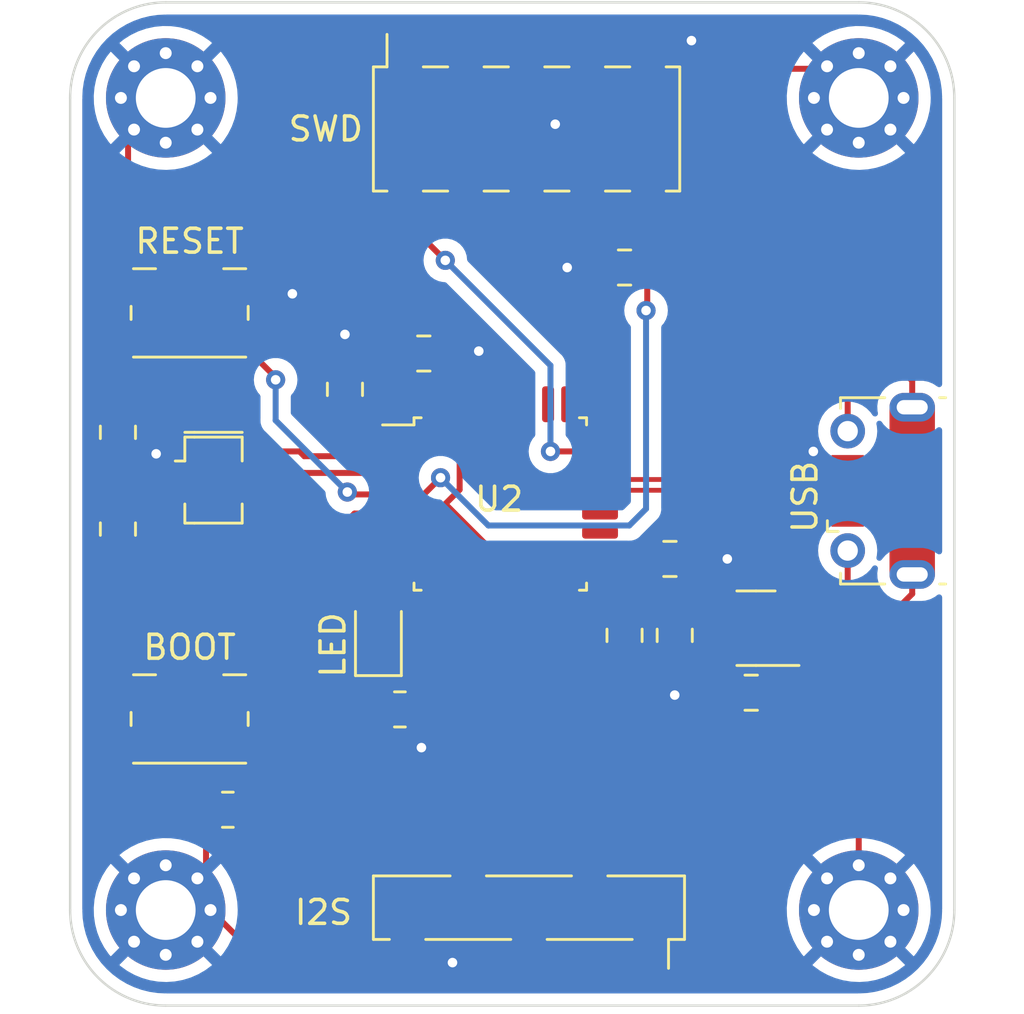
<source format=kicad_pcb>
(kicad_pcb (version 20211014) (generator pcbnew)
  (layers (0 "F.Cu" signal) (31 "B.Cu" signal) (34 "B.Paste" user) (35 "F.Paste" user) (36 "B.SilkS" user "B.Silkscreen") (37 "F.SilkS" user "F.Silkscreen") (38 "B.Mask" user) (39 "F.Mask" user) (44 "Edge.Cuts" user))
  (net 0 "")
  (net 1 "+3V3")
  (net 2 "GND")
  (net 3 "OSC_IN")
  (net 4 "OSC_OUT")
  (net 5 "NRST")
  (net 6 "Net-(D1-Pad1)")
  (net 7 "Net-(D1-Pad2)")
  (net 8 "+5V")
  (net 9 "USB_D-")
  (net 10 "USB_D+")
  (net 12 "unconnected-(J1-Pad6)")
  (net 13 "I2S_SD")
  (net 14 "I2S_CK")
  (net 15 "I2S_WS")
  (net 16 "SYS_SWDIO")
  (net 17 "SYS_SWCLK")
  (net 21 "BOOT0")
  (footprint "Capacitor_SMD:C_0805_2012Metric" (layer "F.Cu") (at 21 42.05 90)
    (fp_text reference "C7")
    (fp_text value "15pF")
    (fp_line (start -0.261252 0.735) (end 0.261252 0.735) (layer "F.SilkS") (width 0.12))
    (fp_line (start -0.261252 -0.735) (end 0.261252 -0.735) (layer "F.SilkS") (width 0.12))
    (pad "1" smd roundrect (at -0.95 0 90) (size 1 1.45) (layers "F.Cu" "F.Paste" "F.Mask") (net 4 "OSC_OUT"))
    (pad "2" smd roundrect (at 0.95 0 90) (size 1 1.45) (layers "F.Cu" "F.Paste" "F.Mask") (net 2 "GND"))
  )
  (footprint "MountingHole:MountingHole_2.5mm_Pad_Via" (layer "F.Cu") (at 52 58)
    (fp_text reference "H1")
    (fp_text value "MountingHole_Pad")
    (pad "1" thru_hole circle (at 0 -1.875) (size 0.8 0.8) (drill 0.5) (layers *.Cu *.Mask) (net 2 "GND"))
    (pad "1" thru_hole circle (at -1.325825 1.325825) (size 0.8 0.8) (drill 0.5) (layers *.Cu *.Mask) (net 2 "GND"))
    (pad "1" thru_hole circle (at 0 1.875) (size 0.8 0.8) (drill 0.5) (layers *.Cu *.Mask) (net 2 "GND"))
    (pad "1" thru_hole circle (at -1.325825 -1.325825) (size 0.8 0.8) (drill 0.5) (layers *.Cu *.Mask) (net 2 "GND"))
    (pad "1" thru_hole circle (at 1.325825 -1.325825) (size 0.8 0.8) (drill 0.5) (layers *.Cu *.Mask) (net 2 "GND"))
    (pad "1" thru_hole circle (at -1.875 0) (size 0.8 0.8) (drill 0.5) (layers *.Cu *.Mask) (net 2 "GND"))
    (pad "1" thru_hole circle (at 0 0) (size 5 5) (drill 2.5) (layers *.Cu *.Mask) (net 2 "GND"))
    (pad "1" thru_hole circle (at 1.875 0) (size 0.8 0.8) (drill 0.5) (layers *.Cu *.Mask) (net 2 "GND"))
    (pad "1" thru_hole circle (at 1.325825 1.325825) (size 0.8 0.8) (drill 0.5) (layers *.Cu *.Mask) (net 2 "GND"))
  )
  (footprint "Connector_USB:USB_Micro-B_Molex-105017-0001" (layer "F.Cu") (at 53 40.45 90)
    (fp_text reference "USB" (at -0.25 -3.25 90) (layer "F.SilkS"))
    (fp_text value "USB_B_Micro")
    (fp_line (start 3.9 -1.7625) (end 3.45 -1.7625) (layer "F.SilkS") (width 0.12))
    (fp_line (start -1.7 -2.3125) (end -1.25 -2.3125) (layer "F.SilkS") (width 0.12))
    (fp_line (start -3.9 0.0875) (end -3.9 -1.7625) (layer "F.SilkS") (width 0.12))
    (fp_line (start -3.9 2.6375) (end -3.9 2.3875) (layer "F.SilkS") (width 0.12))
    (fp_line (start 3.9 2.6375) (end 3.9 2.3875) (layer "F.SilkS") (width 0.12))
    (fp_line (start -3.9 -1.7625) (end -3.45 -1.7625) (layer "F.SilkS") (width 0.12))
    (fp_line (start -1.7 -2.3125) (end -1.7 -1.8625) (layer "F.SilkS") (width 0.12))
    (fp_line (start 3.9 0.0875) (end 3.9 -1.7625) (layer "F.SilkS") (width 0.12))
    (pad "1" smd rect (at -1.3 -1.4625 90) (size 0.4 1.35) (layers "F.Cu" "F.Paste" "F.Mask") (net 8 "+5V"))
    (pad "2" smd rect (at -0.65 -1.4625 90) (size 0.4 1.35) (layers "F.Cu" "F.Paste" "F.Mask") (net 9 "USB_D-"))
    (pad "3" smd rect (at 0 -1.4625 90) (size 0.4 1.35) (layers "F.Cu" "F.Paste" "F.Mask") (net 10 "USB_D+"))
    (pad "4" smd rect (at 0.65 -1.4625 90) (size 0.4 1.35) (layers "F.Cu" "F.Paste" "F.Mask"))
    (pad "5" smd rect (at 1.3 -1.4625 90) (size 0.4 1.35) (layers "F.Cu" "F.Paste" "F.Mask") (net 2 "GND"))
    (pad "6" smd rect (at -2.9 1.2375 90) (size 1.2 1.9) (layers "F.Cu" "F.Mask") (net 12 "unconnected-(J1-Pad6)"))
    (pad "6" smd rect (at 2.9 1.2375 90) (size 1.2 1.9) (layers "F.Cu" "F.Mask") (net 12 "unconnected-(J1-Pad6)"))
    (pad "6" thru_hole circle (at -2.5 -1.4625 90) (size 1.45 1.45) (drill 0.85) (layers *.Cu *.Mask) (net 12 "unconnected-(J1-Pad6)"))
    (pad "6" thru_hole circle (at 2.5 -1.4625 90) (size 1.45 1.45) (drill 0.85) (layers *.Cu *.Mask) (net 12 "unconnected-(J1-Pad6)"))
    (pad "6" smd rect (at 1 1.2375 90) (size 1.5 1.9) (layers "F.Cu" "F.Paste" "F.Mask") (net 12 "unconnected-(J1-Pad6)"))
    (pad "6" thru_hole oval (at 3.5 1.2375 90) (size 1.2 1.9) (drill oval 0.6 1.3) (layers *.Cu *.Mask) (net 12 "unconnected-(J1-Pad6)"))
    (pad "6" thru_hole oval (at -3.5 1.2375 270) (size 1.2 1.9) (drill oval 0.6 1.3) (layers *.Cu *.Mask) (net 12 "unconnected-(J1-Pad6)"))
    (pad "6" smd rect (at -1 1.2375 90) (size 1.5 1.9) (layers "F.Cu" "F.Paste" "F.Mask") (net 12 "unconnected-(J1-Pad6)"))
  )
  (footprint "Button_Switch_SMD:Panasonic_EVQPUK_EVQPUB" (layer "F.Cu") (at 24 50)
    (fp_text reference "BOOT" (at 0 -3) (layer "F.SilkS"))
    (fp_text value "SW_Push")
    (fp_line (start 2.35 -1.85) (end 1.425 -1.85) (layer "F.SilkS") (width 0.12))
    (fp_line (start 2.35 1.85) (end -2.35 1.85) (layer "F.SilkS") (width 0.12))
    (fp_line (start 2.45 0.275) (end 2.45 -0.275) (layer "F.SilkS") (width 0.12))
    (fp_line (start -2.45 0.275) (end -2.45 -0.275) (layer "F.SilkS") (width 0.12))
    (fp_line (start -1.425 -1.85) (end -2.35 -1.85) (layer "F.SilkS") (width 0.12))
    (pad "1" smd rect (at 2.575 -0.85 180) (size 1.45 1) (layers "F.Cu" "F.Paste" "F.Mask") (net 1 "+3V3"))
    (pad "1" smd rect (at -2.575 -0.85 180) (size 1.45 1) (layers "F.Cu" "F.Paste" "F.Mask") (net 1 "+3V3"))
    (pad "2" smd rect (at -2.575 0.85 180) (size 1.45 1) (layers "F.Cu" "F.Paste" "F.Mask") (net 21 "BOOT0"))
    (pad "2" smd rect (at 2.575 0.85 180) (size 1.45 1) (layers "F.Cu" "F.Paste" "F.Mask") (net 21 "BOOT0"))
  )
  (footprint "Crystal:Resonator_SMD_Murata_CSTxExxV-3Pin_3.0x1.1mm" (layer "F.Cu") (at 25 40 -90)
    (fp_text reference "Y1")
    (fp_text value "16MHz/10pF")
    (fp_line (start 1 -1.2) (end 1.8 -1.2) (layer "F.SilkS") (width 0.12))
    (fp_line (start -0.8 1.2) (end -1.8 1.2) (layer "F.SilkS") (width 0.12))
    (fp_line (start 1.8 1.2) (end 1 1.2) (layer "F.SilkS") (width 0.12))
    (fp_line (start -1.8 -1.2) (end -0.8 -1.2) (layer "F.SilkS") (width 0.12))
    (fp_line (start -0.8 1.2) (end -0.8 1.6) (layer "F.SilkS") (width 0.12))
    (fp_line (start -2 -1.2) (end -2 0.8) (layer "F.SilkS") (width 0.12))
    (fp_line (start -2 0.8) (end -2 1.2) (layer "F.SilkS") (width 0.12))
    (fp_line (start 1.8 0.8) (end 1.8 1.2) (layer "F.SilkS") (width 0.12))
    (fp_line (start 1.8 -1.2) (end 1.8 0.8) (layer "F.SilkS") (width 0.12))
    (fp_line (start -1.8 0.8) (end -1.8 1.2) (layer "F.SilkS") (width 0.12))
    (fp_line (start -1.8 0.8) (end -1.8 -1.2) (layer "F.SilkS") (width 0.12))
    (pad "1" smd rect (at -1.2 0 270) (size 0.4 1.9) (layers "F.Cu" "F.Paste" "F.Mask") (net 3 "OSC_IN"))
    (pad "2" smd rect (at 0 0 270) (size 0.4 1.9) (layers "F.Cu" "F.Paste" "F.Mask") (net 2 "GND"))
    (pad "3" smd rect (at 1.2 0 270) (size 0.4 1.9) (layers "F.Cu" "F.Paste" "F.Mask") (net 4 "OSC_OUT"))
  )
  (footprint "LED_SMD:LED_0805_2012Metric" (layer "F.Cu") (at 31.9 46.5 90)
    (fp_text reference "LED" (at -0.4 -1.9 90) (layer "F.SilkS"))
    (fp_text value "LED_Small")
    (fp_line (start -1.685 0.96) (end 1 0.96) (layer "F.SilkS") (width 0.12))
    (fp_line (start -1.685 -0.96) (end -1.685 0.96) (layer "F.SilkS") (width 0.12))
    (fp_line (start 1 -0.96) (end -1.685 -0.96) (layer "F.SilkS") (width 0.12))
    (pad "1" smd roundrect (at -0.9375 0 90) (size 0.975 1.4) (layers "F.Cu" "F.Paste" "F.Mask") (net 6 "Net-(D1-Pad1)"))
    (pad "2" smd roundrect (at 0.9375 0 90) (size 0.975 1.4) (layers "F.Cu" "F.Paste" "F.Mask") (net 7 "Net-(D1-Pad2)"))
  )
  (footprint "Resistor_SMD:R_0805_2012Metric" (layer "F.Cu") (at 25.6 53.8 180)
    (fp_text reference "R1")
    (fp_text value "10k")
    (fp_line (start -0.227064 -0.735) (end 0.227064 -0.735) (layer "F.SilkS") (width 0.12))
    (fp_line (start -0.227064 0.735) (end 0.227064 0.735) (layer "F.SilkS") (width 0.12))
    (pad "1" smd roundrect (at -0.9125 0 180) (size 1.025 1.4) (layers "F.Cu" "F.Paste" "F.Mask") (roundrect_rratio 0.243902) (net 21 "BOOT0"))
    (pad "2" smd roundrect (at 0.9125 0 180) (size 1.025 1.4) (layers "F.Cu" "F.Paste" "F.Mask") (roundrect_rratio 0.243902) (net 2 "GND"))
  )
  (footprint "Package_QFP:LQFP-32_7x7mm_P0.8mm" (layer "F.Cu") (at 37 41)
    (fp_text reference "U2" (at -0.05 -0.2) (layer "F.SilkS"))
    (fp_text value "STM32F042K6Tx")
    (fp_line (start 3.61 -3.61) (end 3.61 -3.31) (layer "F.SilkS") (width 0.12))
    (fp_line (start -3.61 -3.31) (end -4.925 -3.31) (layer "F.SilkS") (width 0.12))
    (fp_line (start -3.31 -3.61) (end -3.61 -3.61) (layer "F.SilkS") (width 0.12))
    (fp_line (start 3.31 3.61) (end 3.61 3.61) (layer "F.SilkS") (width 0.12))
    (fp_line (start 3.31 -3.61) (end 3.61 -3.61) (layer "F.SilkS") (width 0.12))
    (fp_line (start 3.61 3.61) (end 3.61 3.31) (layer "F.SilkS") (width 0.12))
    (fp_line (start -3.61 -3.61) (end -3.61 -3.31) (layer "F.SilkS") (width 0.12))
    (fp_line (start -3.61 3.61) (end -3.61 3.31) (layer "F.SilkS") (width 0.12))
    (fp_line (start -3.31 3.61) (end -3.61 3.61) (layer "F.SilkS") (width 0.12))
    (pad "1" smd roundrect (at -4.175 -2.8) (size 1.5 0.5) (layers "F.Cu" "F.Paste" "F.Mask") (net 1 "+3V3"))
    (pad "2" smd roundrect (at -4.175 -2) (size 1.5 0.5) (layers "F.Cu" "F.Paste" "F.Mask") (net 3 "OSC_IN"))
    (pad "3" smd roundrect (at -4.175 -1.2) (size 1.5 0.5) (layers "F.Cu" "F.Paste" "F.Mask") (net 4 "OSC_OUT"))
    (pad "4" smd roundrect (at -4.175 -0.4) (size 1.5 0.5) (layers "F.Cu" "F.Paste" "F.Mask") (net 5 "NRST"))
    (pad "5" smd roundrect (at -4.175 0.4) (size 1.5 0.5) (layers "F.Cu" "F.Paste" "F.Mask") (net 1 "+3V3"))
    (pad "6" smd roundrect (at -4.175 1.2) (size 1.5 0.5) (layers "F.Cu" "F.Paste" "F.Mask"))
    (pad "7" smd roundrect (at -4.175 2) (size 1.5 0.5) (layers "F.Cu" "F.Paste" "F.Mask"))
    (pad "8" smd roundrect (at -4.175 2.8) (size 1.5 0.5) (layers "F.Cu" "F.Paste" "F.Mask") (net 7 "Net-(D1-Pad2)"))
    (pad "9" smd roundrect (at -2.8 4.175) (size 0.5 1.5) (layers "F.Cu" "F.Paste" "F.Mask"))
    (pad "10" smd roundrect (at -2 4.175) (size 0.5 1.5) (layers "F.Cu" "F.Paste" "F.Mask") (net 15 "I2S_WS"))
    (pad "11" smd roundrect (at -1.2 4.175) (size 0.5 1.5) (layers "F.Cu" "F.Paste" "F.Mask") (net 14 "I2S_CK"))
    (pad "12" smd roundrect (at -0.4 4.175) (size 0.5 1.5) (layers "F.Cu" "F.Paste" "F.Mask"))
    (pad "13" smd roundrect (at 0.4 4.175) (size 0.5 1.5) (layers "F.Cu" "F.Paste" "F.Mask") (net 13 "I2S_SD"))
    (pad "14" smd roundrect (at 1.2 4.175) (size 0.5 1.5) (layers "F.Cu" "F.Paste" "F.Mask"))
    (pad "15" smd roundrect (at 2 4.175) (size 0.5 1.5) (layers "F.Cu" "F.Paste" "F.Mask"))
    (pad "16" smd roundrect (at 2.8 4.175) (size 0.5 1.5) (layers "F.Cu" "F.Paste" "F.Mask") (net 2 "GND"))
    (pad "17" smd roundrect (at 4.175 2.8) (size 1.5 0.5) (layers "F.Cu" "F.Paste" "F.Mask") (net 1 "+3V3"))
    (pad "18" smd roundrect (at 4.175 2) (size 1.5 0.5) (layers "F.Cu" "F.Paste" "F.Mask"))
    (pad "19" smd roundrect (at 4.175 1.2) (size 1.5 0.5) (layers "F.Cu" "F.Paste" "F.Mask"))
    (pad "20" smd roundrect (at 4.175 0.4) (size 1.5 0.5) (layers "F.Cu" "F.Paste" "F.Mask"))
    (pad "21" smd roundrect (at 4.175 -0.4) (size 1.5 0.5) (layers "F.Cu" "F.Paste" "F.Mask") (net 9 "USB_D-"))
    (pad "22" smd roundrect (at 4.175 -1.2) (size 1.5 0.5) (layers "F.Cu" "F.Paste" "F.Mask") (net 10 "USB_D+"))
    (pad "23" smd roundrect (at 4.175 -2) (size 1.5 0.5) (layers "F.Cu" "F.Paste" "F.Mask") (net 16 "SYS_SWDIO"))
    (pad "24" smd roundrect (at 4.175 -2.8) (size 1.5 0.5) (layers "F.Cu" "F.Paste" "F.Mask") (net 17 "SYS_SWCLK"))
    (pad "25" smd roundrect (at 2.8 -4.175) (size 0.5 1.5) (layers "F.Cu" "F.Paste" "F.Mask"))
    (pad "26" smd roundrect (at 2 -4.175) (size 0.5 1.5) (layers "F.Cu" "F.Paste" "F.Mask"))
    (pad "27" smd roundrect (at 1.2 -4.175) (size 0.5 1.5) (layers "F.Cu" "F.Paste" "F.Mask"))
    (pad "28" smd roundrect (at 0.4 -4.175) (size 0.5 1.5) (layers "F.Cu" "F.Paste" "F.Mask"))
    (pad "29" smd roundrect (at -0.4 -4.175) (size 0.5 1.5) (layers "F.Cu" "F.Paste" "F.Mask"))
    (pad "30" smd roundrect (at -1.2 -4.175) (size 0.5 1.5) (layers "F.Cu" "F.Paste" "F.Mask"))
    (pad "31" smd roundrect (at -2 -4.175) (size 0.5 1.5) (layers "F.Cu" "F.Paste" "F.Mask"))
    (pad "32" smd roundrect (at -2.8 -4.175) (size 0.5 1.5) (layers "F.Cu" "F.Paste" "F.Mask") (net 2 "GND"))
  )
  (footprint "Capacitor_SMD:C_0805_2012Metric" (layer "F.Cu") (at 47.5 48.9)
    (fp_text reference "C9")
    (fp_text value "1uF")
    (fp_line (start -0.261252 0.735) (end 0.261252 0.735) (layer "F.SilkS") (width 0.12))
    (fp_line (start -0.261252 -0.735) (end 0.261252 -0.735) (layer "F.SilkS") (width 0.12))
    (pad "1" smd roundrect (at -0.95 0) (size 1 1.45) (layers "F.Cu" "F.Paste" "F.Mask") (net 1 "+3V3"))
    (pad "2" smd roundrect (at 0.95 0) (size 1 1.45) (layers "F.Cu" "F.Paste" "F.Mask") (net 2 "GND"))
  )
  (footprint "Capacitor_SMD:C_0805_2012Metric" (layer "F.Cu") (at 30.5 36.2 90)
    (fp_text reference "C3")
    (fp_text value "0.1uF")
    (fp_line (start -0.261252 -0.735) (end 0.261252 -0.735) (layer "F.SilkS") (width 0.12))
    (fp_line (start -0.261252 0.735) (end 0.261252 0.735) (layer "F.SilkS") (width 0.12))
    (pad "1" smd roundrect (at -0.95 0 90) (size 1 1.45) (layers "F.Cu" "F.Paste" "F.Mask") (net 1 "+3V3"))
    (pad "2" smd roundrect (at 0.95 0 90) (size 1 1.45) (layers "F.Cu" "F.Paste" "F.Mask") (net 2 "GND"))
  )
  (footprint "Capacitor_SMD:C_0805_2012Metric" (layer "F.Cu") (at 42.2 46.5 -90)
    (fp_text reference "C4")
    (fp_text value "0.1uF")
    (fp_line (start -0.261252 -0.735) (end 0.261252 -0.735) (layer "F.SilkS") (width 0.12))
    (fp_line (start -0.261252 0.735) (end 0.261252 0.735) (layer "F.SilkS") (width 0.12))
    (pad "1" smd roundrect (at -0.95 0 270) (size 1 1.45) (layers "F.Cu" "F.Paste" "F.Mask") (net 1 "+3V3"))
    (pad "2" smd roundrect (at 0.95 0 270) (size 1 1.45) (layers "F.Cu" "F.Paste" "F.Mask") (net 2 "GND"))
  )
  (footprint "Connector_PinSocket_2.54mm:PinSocket_2x05_P2.54mm_Vertical_SMD" (layer "F.Cu") (at 38.1 25.3 90)
    (fp_text reference "SWD" (at 0 -8.4 180) (layer "F.SilkS"))
    (fp_text value "SWD")
    (fp_line (start -2.6 -4.32) (end -2.6 -3.3) (layer "F.SilkS") (width 0.12))
    (fp_line (start -2.6 0.76) (end -2.6 1.78) (layer "F.SilkS") (width 0.12))
    (fp_line (start 2.6 -1.78) (end 2.6 -0.76) (layer "F.SilkS") (width 0.12))
    (fp_line (start 2.6 -4.32) (end 2.6 -3.3) (layer "F.SilkS") (width 0.12))
    (fp_line (start -2.6 5.84) (end -2.6 6.41) (layer "F.SilkS") (width 0.12))
    (fp_line (start 2.6 -5.84) (end 3.96 -5.84) (layer "F.SilkS") (width 0.12))
    (fp_line (start 2.6 0.76) (end 2.6 1.78) (layer "F.SilkS") (width 0.12))
    (fp_line (start 2.6 3.3) (end 2.6 4.32) (layer "F.SilkS") (width 0.12))
    (fp_line (start 2.6 5.84) (end 2.6 6.41) (layer "F.SilkS") (width 0.12))
    (fp_line (start -2.6 6.41) (end 2.6 6.41) (layer "F.SilkS") (width 0.12))
    (fp_line (start -2.6 -1.78) (end -2.6 -0.76) (layer "F.SilkS") (width 0.12))
    (fp_line (start -2.6 3.3) (end -2.6 4.32) (layer "F.SilkS") (width 0.12))
    (fp_line (start -2.6 -6.41) (end 2.6 -6.41) (layer "F.SilkS") (width 0.12))
    (fp_line (start -2.6 -6.41) (end -2.6 -5.84) (layer "F.SilkS") (width 0.12))
    (fp_line (start 2.6 -6.41) (end 2.6 -5.84) (layer "F.SilkS") (width 0.12))
    (pad "1" smd rect (at 2.52 -5.08 90) (size 3 1) (layers "F.Cu" "F.Paste" "F.Mask") (net 1 "+3V3"))
    (pad "2" smd rect (at -2.52 -5.08 90) (size 3 1) (layers "F.Cu" "F.Paste" "F.Mask") (net 16 "SYS_SWDIO"))
    (pad "3" smd rect (at 2.52 -2.54 90) (size 3 1) (layers "F.Cu" "F.Paste" "F.Mask") (net 2 "GND"))
    (pad "4" smd rect (at -2.52 -2.54 90) (size 3 1) (layers "F.Cu" "F.Paste" "F.Mask") (net 17 "SYS_SWCLK"))
    (pad "5" smd rect (at 2.52 0 90) (size 3 1) (layers "F.Cu" "F.Paste" "F.Mask") (net 2 "GND"))
    (pad "6" smd rect (at -2.52 0 90) (size 3 1) (layers "F.Cu" "F.Paste" "F.Mask"))
    (pad "7" smd rect (at 2.52 2.54 90) (size 3 1) (layers "F.Cu" "F.Paste" "F.Mask"))
    (pad "8" smd rect (at -2.52 2.54 90) (size 3 1) (layers "F.Cu" "F.Paste" "F.Mask"))
    (pad "9" smd rect (at 2.52 5.08 90) (size 3 1) (layers "F.Cu" "F.Paste" "F.Mask") (net 2 "GND"))
    (pad "10" smd rect (at -2.52 5.08 90) (size 3 1) (layers "F.Cu" "F.Paste" "F.Mask") (net 5 "NRST"))
  )
  (footprint "Capacitor_SMD:C_0805_2012Metric" (layer "F.Cu") (at 21 38 -90)
    (fp_text reference "C6")
    (fp_text value "15pF")
    (fp_line (start -0.261252 -0.735) (end 0.261252 -0.735) (layer "F.SilkS") (width 0.12))
    (fp_line (start -0.261252 0.735) (end 0.261252 0.735) (layer "F.SilkS") (width 0.12))
    (pad "1" smd roundrect (at -0.95 0 270) (size 1 1.45) (layers "F.Cu" "F.Paste" "F.Mask") (net 3 "OSC_IN"))
    (pad "2" smd roundrect (at 0.95 0 270) (size 1 1.45) (layers "F.Cu" "F.Paste" "F.Mask") (net 2 "GND"))
  )
  (footprint "Resistor_SMD:R_0805_2012Metric" (layer "F.Cu") (at 32.8 49.6)
    (fp_text reference "R2")
    (fp_text value "220")
    (fp_line (start -0.227064 0.735) (end 0.227064 0.735) (layer "F.SilkS") (width 0.12))
    (fp_line (start -0.227064 -0.735) (end 0.227064 -0.735) (layer "F.SilkS") (width 0.12))
    (pad "1" smd roundrect (at -0.9125 0) (size 1.025 1.4) (layers "F.Cu" "F.Paste" "F.Mask") (roundrect_rratio 0.243902) (net 6 "Net-(D1-Pad1)"))
    (pad "2" smd roundrect (at 0.9125 0) (size 1.025 1.4) (layers "F.Cu" "F.Paste" "F.Mask") (roundrect_rratio 0.243902) (net 2 "GND"))
  )
  (footprint "Capacitor_SMD:C_0805_2012Metric" (layer "F.Cu") (at 44.3 46.5 -90)
    (fp_text reference "C5")
    (fp_text value "4.7uF")
    (fp_line (start -0.261252 0.735) (end 0.261252 0.735) (layer "F.SilkS") (width 0.12))
    (fp_line (start -0.261252 -0.735) (end 0.261252 -0.735) (layer "F.SilkS") (width 0.12))
    (pad "1" smd roundrect (at -0.95 0 270) (size 1 1.45) (layers "F.Cu" "F.Paste" "F.Mask") (net 1 "+3V3"))
    (pad "2" smd roundrect (at 0.95 0 270) (size 1 1.45) (layers "F.Cu" "F.Paste" "F.Mask") (net 2 "GND"))
  )
  (footprint "Package_TO_SOT_SMD:SOT-23-5" (layer "F.Cu") (at 47.7 46.2 180)
    (fp_text reference "U1")
    (fp_text value "SPX3819M5-L-3-3")
    (fp_line (start 0 1.56) (end 0.8 1.56) (layer "F.SilkS") (width 0.12))
    (fp_line (start 0 -1.56) (end -1.8 -1.56) (layer "F.SilkS") (width 0.12))
    (fp_line (start 0 -1.56) (end 0.8 -1.56) (layer "F.SilkS") (width 0.12))
    (fp_line (start 0 1.56) (end -0.8 1.56) (layer "F.SilkS") (width 0.12))
    (pad "1" smd roundrect (at -1.1375 -0.95 180) (size 1.325 0.6) (layers "F.Cu" "F.Paste" "F.Mask") (net 8 "+5V"))
    (pad "2" smd roundrect (at -1.1375 0 180) (size 1.325 0.6) (layers "F.Cu" "F.Paste" "F.Mask") (net 2 "GND"))
    (pad "3" smd roundrect (at -1.1375 0.95 180) (size 1.325 0.6) (layers "F.Cu" "F.Paste" "F.Mask") (net 8 "+5V"))
    (pad "4" smd roundrect (at 1.1375 0.95 180) (size 1.325 0.6) (layers "F.Cu" "F.Paste" "F.Mask"))
    (pad "5" smd roundrect (at 1.1375 -0.95 180) (size 1.325 0.6) (layers "F.Cu" "F.Paste" "F.Mask") (net 1 "+3V3"))
  )
  (footprint "Capacitor_SMD:C_0805_2012Metric" (layer "F.Cu") (at 33.8 34.7)
    (fp_text reference "C2")
    (fp_text value "1uF")
    (fp_line (start -0.261252 -0.735) (end 0.261252 -0.735) (layer "F.SilkS") (width 0.12))
    (fp_line (start -0.261252 0.735) (end 0.261252 0.735) (layer "F.SilkS") (width 0.12))
    (pad "1" smd roundrect (at -0.95 0) (size 1 1.45) (layers "F.Cu" "F.Paste" "F.Mask") (net 1 "+3V3"))
    (pad "2" smd roundrect (at 0.95 0) (size 1 1.45) (layers "F.Cu" "F.Paste" "F.Mask") (net 2 "GND"))
  )
  (footprint "Capacitor_SMD:C_0805_2012Metric" (layer "F.Cu") (at 44.1 43.3)
    (fp_text reference "C1")
    (fp_text value "10nF")
    (fp_line (start -0.261252 0.735) (end 0.261252 0.735) (layer "F.SilkS") (width 0.12))
    (fp_line (start -0.261252 -0.735) (end 0.261252 -0.735) (layer "F.SilkS") (width 0.12))
    (pad "1" smd roundrect (at -0.95 0) (size 1 1.45) (layers "F.Cu" "F.Paste" "F.Mask") (net 1 "+3V3"))
    (pad "2" smd roundrect (at 0.95 0) (size 1 1.45) (layers "F.Cu" "F.Paste" "F.Mask") (net 2 "GND"))
  )
  (footprint "MountingHole:MountingHole_2.5mm_Pad_Via" (layer "F.Cu") (at 23 58)
    (fp_text reference "H4")
    (fp_text value "MountingHole_Pad")
    (pad "1" thru_hole circle (at -1.875 0) (size 0.8 0.8) (drill 0.5) (layers *.Cu *.Mask) (net 2 "GND"))
    (pad "1" thru_hole circle (at -1.325825 -1.325825) (size 0.8 0.8) (drill 0.5) (layers *.Cu *.Mask) (net 2 "GND"))
    (pad "1" thru_hole circle (at 1.325825 -1.325825) (size 0.8 0.8) (drill 0.5) (layers *.Cu *.Mask) (net 2 "GND"))
    (pad "1" thru_hole circle (at 1.325825 1.325825) (size 0.8 0.8) (drill 0.5) (layers *.Cu *.Mask) (net 2 "GND"))
    (pad "1" thru_hole circle (at 0 -1.875) (size 0.8 0.8) (drill 0.5) (layers *.Cu *.Mask) (net 2 "GND"))
    (pad "1" thru_hole circle (at 0 0) (size 5 5) (drill 2.5) (layers *.Cu *.Mask) (net 2 "GND"))
    (pad "1" thru_hole circle (at -1.325825 1.325825) (size 0.8 0.8) (drill 0.5) (layers *.Cu *.Mask) (net 2 "GND"))
    (pad "1" thru_hole circle (at 1.875 0) (size 0.8 0.8) (drill 0.5) (layers *.Cu *.Mask) (net 2 "GND"))
    (pad "1" thru_hole circle (at 0 1.875) (size 0.8 0.8) (drill 0.5) (layers *.Cu *.Mask) (net 2 "GND"))
  )
  (footprint "MountingHole:MountingHole_2.5mm_Pad_Via" (layer "F.Cu") (at 52 24)
    (fp_text reference "H2")
    (fp_text value "MountingHole_Pad")
    (pad "1" thru_hole circle (at 0 -1.875) (size 0.8 0.8) (drill 0.5) (layers *.Cu *.Mask) (net 2 "GND"))
    (pad "1" thru_hole circle (at -1.325825 1.325825) (size 0.8 0.8) (drill 0.5) (layers *.Cu *.Mask) (net 2 "GND"))
    (pad "1" thru_hole circle (at 1.875 0) (size 0.8 0.8) (drill 0.5) (layers *.Cu *.Mask) (net 2 "GND"))
    (pad "1" thru_hole circle (at -1.325825 -1.325825) (size 0.8 0.8) (drill 0.5) (layers *.Cu *.Mask) (net 2 "GND"))
    (pad "1" thru_hole circle (at 0 1.875) (size 0.8 0.8) (drill 0.5) (layers *.Cu *.Mask) (net 2 "GND"))
    (pad "1" thru_hole circle (at 0 0) (size 5 5) (drill 2.5) (layers *.Cu *.Mask) (net 2 "GND"))
    (pad "1" thru_hole circle (at 1.325825 -1.325825) (size 0.8 0.8) (drill 0.5) (layers *.Cu *.Mask) (net 2 "GND"))
    (pad "1" thru_hole circle (at 1.325825 1.325825) (size 0.8 0.8) (drill 0.5) (layers *.Cu *.Mask) (net 2 "GND"))
    (pad "1" thru_hole circle (at -1.875 0) (size 0.8 0.8) (drill 0.5) (layers *.Cu *.Mask) (net 2 "GND"))
  )
  (footprint "Capacitor_SMD:C_0805_2012Metric" (layer "F.Cu") (at 42.2 31.1 180)
    (fp_text reference "C8")
    (fp_text value "1uF")
    (fp_line (start -0.261252 -0.735) (end 0.261252 -0.735) (layer "F.SilkS") (width 0.12))
    (fp_line (start -0.261252 0.735) (end 0.261252 0.735) (layer "F.SilkS") (width 0.12))
    (pad "1" smd roundrect (at -0.95 0 180) (size 1 1.45) (layers "F.Cu" "F.Paste" "F.Mask") (net 5 "NRST"))
    (pad "2" smd roundrect (at 0.95 0 180) (size 1 1.45) (layers "F.Cu" "F.Paste" "F.Mask") (net 2 "GND"))
  )
  (footprint "Button_Switch_SMD:Panasonic_EVQPUK_EVQPUB" (layer "F.Cu") (at 24 33)
    (fp_text reference "RESET" (at 0 -3) (layer "F.SilkS"))
    (fp_text value "SW_Push")
    (fp_line (start 2.35 -1.85) (end 1.425 -1.85) (layer "F.SilkS") (width 0.12))
    (fp_line (start -1.425 -1.85) (end -2.35 -1.85) (layer "F.SilkS") (width 0.12))
    (fp_line (start 2.35 1.85) (end -2.35 1.85) (layer "F.SilkS") (width 0.12))
    (fp_line (start 2.45 0.275) (end 2.45 -0.275) (layer "F.SilkS") (width 0.12))
    (fp_line (start -2.45 0.275) (end -2.45 -0.275) (layer "F.SilkS") (width 0.12))
    (pad "1" smd rect (at 2.575 -0.85 180) (size 1.45 1) (layers "F.Cu" "F.Paste" "F.Mask") (net 2 "GND"))
    (pad "1" smd rect (at -2.575 -0.85 180) (size 1.45 1) (layers "F.Cu" "F.Paste" "F.Mask") (net 2 "GND"))
    (pad "2" smd rect (at -2.575 0.85 180) (size 1.45 1) (layers "F.Cu" "F.Paste" "F.Mask") (net 5 "NRST"))
    (pad "2" smd rect (at 2.575 0.85 180) (size 1.45 1) (layers "F.Cu" "F.Paste" "F.Mask") (net 5 "NRST"))
  )
  (footprint "MountingHole:MountingHole_2.5mm_Pad_Via" (layer "F.Cu") (at 23 24)
    (fp_text reference "H3")
    (fp_text value "MountingHole_Pad")
    (pad "1" thru_hole circle (at -1.875 0) (size 0.8 0.8) (drill 0.5) (layers *.Cu *.Mask) (net 2 "GND"))
    (pad "1" thru_hole circle (at 1.325825 -1.325825) (size 0.8 0.8) (drill 0.5) (layers *.Cu *.Mask) (net 2 "GND"))
    (pad "1" thru_hole circle (at -1.325825 1.325825) (size 0.8 0.8) (drill 0.5) (layers *.Cu *.Mask) (net 2 "GND"))
    (pad "1" thru_hole circle (at -1.325825 -1.325825) (size 0.8 0.8) (drill 0.5) (layers *.Cu *.Mask) (net 2 "GND"))
    (pad "1" thru_hole circle (at 1.875 0) (size 0.8 0.8) (drill 0.5) (layers *.Cu *.Mask) (net 2 "GND"))
    (pad "1" thru_hole circle (at 0 0) (size 5 5) (drill 2.5) (layers *.Cu *.Mask) (net 2 "GND"))
    (pad "1" thru_hole circle (at 1.325825 1.325825) (size 0.8 0.8) (drill 0.5) (layers *.Cu *.Mask) (net 2 "GND"))
    (pad "1" thru_hole circle (at 0 -1.875) (size 0.8 0.8) (drill 0.5) (layers *.Cu *.Mask) (net 2 "GND"))
    (pad "1" thru_hole circle (at 0 1.875) (size 0.8 0.8) (drill 0.5) (layers *.Cu *.Mask) (net 2 "GND"))
  )
  (footprint "Connector_PinSocket_2.54mm:PinSocket_1x05_P2.54mm_Vertical_SMD_Pin1Right" (layer "F.Cu") (at 38.2 57.9 -90)
    (fp_text reference "I2S" (at 0.2 8.6 180) (layer "F.SilkS"))
    (fp_text value "I2S")
    (fp_line (start 1.33 -6.51) (end 1.33 -5.84) (layer "F.SilkS") (width 0.12))
    (fp_line (start 1.33 5.84) (end 1.33 6.51) (layer "F.SilkS") (width 0.12))
    (fp_line (start -1.33 -1.78) (end -1.33 1.78) (layer "F.SilkS") (width 0.12))
    (fp_line (start 1.33 -5.84) (end 2.54 -5.84) (layer "F.SilkS") (width 0.12))
    (fp_line (start -1.33 3.3) (end -1.33 6.51) (layer "F.SilkS") (width 0.12))
    (fp_line (start 1.33 0.76) (end 1.33 4.32) (layer "F.SilkS") (width 0.12))
    (fp_line (start -1.33 -6.51) (end -1.33 -3.3) (layer "F.SilkS") (width 0.12))
    (fp_line (start -1.33 -6.51) (end 1.33 -6.51) (layer "F.SilkS") (width 0.12))
    (fp_line (start 1.33 -4.32) (end 1.33 -0.76) (layer "F.SilkS") (width 0.12))
    (fp_line (start -1.33 6.51) (end 1.33 6.51) (layer "F.SilkS") (width 0.12))
    (pad "1" smd rect (at 1.65 -5.08 270) (size 1.9 1) (layers "F.Cu" "F.Paste" "F.Mask") (net 1 "+3V3"))
    (pad "2" smd rect (at -1.65 -2.54 270) (size 1.9 1) (layers "F.Cu" "F.Paste" "F.Mask") (net 13 "I2S_SD"))
    (pad "3" smd rect (at 1.65 0 270) (size 1.9 1) (layers "F.Cu" "F.Paste" "F.Mask") (net 14 "I2S_CK"))
    (pad "4" smd rect (at -1.65 2.54 270) (size 1.9 1) (layers "F.Cu" "F.Paste" "F.Mask") (net 15 "I2S_WS"))
    (pad "5" smd rect (at 1.65 5.08 270) (size 1.9 1) (layers "F.Cu" "F.Paste" "F.Mask") (net 2 "GND"))
  )
  (gr_arc (start 19 24) (mid 20.171573 21.171573) (end 23 20) (layer "Edge.Cuts") (width 0.1))
  (gr_arc (start 56 58) (mid 54.828427 60.828427) (end 52 62) (layer "Edge.Cuts") (width 0.1))
  (gr_line (start 23 20) (end 52 20) (layer "Edge.Cuts") (width 0.1))
  (gr_arc (start 52 20) (mid 54.828427 21.171573) (end 56 24) (layer "Edge.Cuts") (width 0.1))
  (gr_line (start 19 58) (end 19 24) (layer "Edge.Cuts") (width 0.1))
  (gr_line (start 56 24) (end 56 58) (layer "Edge.Cuts") (width 0.1))
  (gr_arc (start 23 62) (mid 20.171573 60.828427) (end 19 58) (layer "Edge.Cuts") (width 0.1))
  (gr_line (start 52 62) (end 23 62) (layer "Edge.Cuts") (width 0.1))
  (segment (start 45.9 47.15) (end 44.3 45.55) (width 0.25) (layer "F.Cu") (net 1))
  (segment (start 41.175 43.8) (end 42.65 43.8) (width 0.25) (layer "F.Cu") (net 1))
  (segment (start 30.9 23.2) (end 30.9 32.1) (width 0.25) (layer "F.Cu") (net 1))
  (segment (start 31.32 22.78) (end 30.9 23.2) (width 0.25) (layer "F.Cu") (net 1))
  (segment (start 32.85 35.95) (end 32.85 34.7) (width 0.25) (layer "F.Cu") (net 1))
  (segment (start 35.3 40.4) (end 35.3 38.6) (width 0.25) (layer "F.Cu") (net 1))
  (segment (start 32.825 38.2) (end 32.6 38.2) (width 0.25) (layer "F.Cu") (net 1))
  (segment (start 37.5 43.8) (end 34.7 41) (width 0.25) (layer "F.Cu") (net 1))
  (segment (start 26.575 45.725) (end 30.9 41.4) (width 0.25) (layer "F.Cu") (net 1))
  (segment (start 41.175 43.8) (end 37.5 43.8) (width 0.25) (layer "F.Cu") (net 1))
  (segment (start 34.3 41.4) (end 34.7 41) (width 0.25) (layer "F.Cu") (net 1))
  (segment (start 46.55 55.85) (end 43.28 59.12) (width 0.25) (layer "F.Cu") (net 1))
  (segment (start 35.3 38.6) (end 34.9 38.2) (width 0.25) (layer "F.Cu") (net 1))
  (segment (start 46.5625 47.15) (end 45.9 47.15) (width 0.25) (layer "F.Cu") (net 1))
  (segment (start 21.425 49.15) (end 26.575 49.15) (width 0.25) (layer "F.Cu") (net 1))
  (segment (start 42.2 45.55) (end 44.3 45.55) (width 0.25) (layer "F.Cu") (net 1))
  (segment (start 46.5625 48.8875) (end 46.55 48.9) (width 0.25) (layer "F.Cu") (net 1))
  (segment (start 43.1 43.35) (end 43.1 44.65) (width 0.25) (layer "F.Cu") (net 1))
  (segment (start 26.575 49.15) (end 26.575 45.725) (width 0.25) (layer "F.Cu") (net 1))
  (segment (start 31.65 37.15) (end 32.85 35.95) (width 0.25) (layer "F.Cu") (net 1))
  (segment (start 32.85 34.05) (end 32.85 34.7) (width 0.25) (layer "F.Cu") (net 1))
  (segment (start 46.5625 47.15) (end 46.5625 48.8875) (width 0.25) (layer "F.Cu") (net 1))
  (segment (start 30.9 41.4) (end 32.825 41.4) (width 0.25) (layer "F.Cu") (net 1))
  (segment (start 33.02 22.78) (end 31.32 22.78) (width 0.25) (layer "F.Cu") (net 1))
  (segment (start 46.55 48.9) (end 46.55 55.85) (width 0.25) (layer "F.Cu") (net 1))
  (segment (start 43.28 59.12) (end 43.28 59.55) (width 0.25) (layer "F.Cu") (net 1))
  (segment (start 43.1 44.65) (end 42.2 45.55) (width 0.25) (layer "F.Cu") (net 1))
  (segment (start 42.65 43.8) (end 43.15 43.3) (width 0.25) (layer "F.Cu") (net 1))
  (segment (start 32.6 38.2) (end 31.55 37.15) (width 0.25) (layer "F.Cu") (net 1))
  (segment (start 34.9 38.2) (end 32.825 38.2) (width 0.25) (layer "F.Cu") (net 1))
  (segment (start 30.5 37.15) (end 31.65 37.15) (width 0.25) (layer "F.Cu") (net 1))
  (segment (start 32.825 41.4) (end 34.3 41.4) (width 0.25) (layer "F.Cu") (net 1))
  (segment (start 30.9 32.1) (end 32.85 34.05) (width 0.25) (layer "F.Cu") (net 1))
  (segment (start 34.7 41) (end 35.3 40.4) (width 0.25) (layer "F.Cu") (net 1))
  (segment (start 50.8 46.8) (end 50.8 47.7) (width 0.25) (layer "F.Cu") (net 2))
  (segment (start 40 31.1) (end 39.8 31.1) (width 0.25) (layer "F.Cu") (net 2))
  (segment (start 21.425 25.575) (end 23 24) (width 0.25) (layer "F.Cu") (net 2))
  (segment (start 22.3 40) (end 25 40) (width 0.25) (layer "F.Cu") (net 2))
  (segment (start 21.425 32.15) (end 26.575 32.15) (width 0.25) (layer "F.Cu") (net 2))
  (segment (start 41.25 31.1) (end 40 31.1) (width 0.25) (layer "F.Cu") (net 2))
  (segment (start 33.7125 49.6) (end 33.7125 51.1875) (width 0.25) (layer "F.Cu") (net 2))
  (segment (start 43.18 22.42) (end 44 21.6) (width 0.25) (layer "F.Cu") (net 2))
  (segment (start 39.8 45.175) (end 39.8 46.4) (width 0.25) (layer "F.Cu") (net 2))
  (segment (start 43.18 22.78) (end 50.78 22.78) (width 0.25) (layer "F.Cu") (net 2))
  (segment (start 39.8 46.4) (end 40.85 47.45) (width 0.25) (layer "F.Cu") (net 2))
  (segment (start 51.5375 39.15) (end 50.45 39.15) (width 0.25) (layer "F.Cu") (net 2))
  (segment (start 49.8 48.9) (end 52 51.1) (width 0.25) (layer "F.Cu") (net 2))
  (segment (start 52 51.1) (end 52 58) (width 0.25) (layer "F.Cu") (net 2))
  (segment (start 48.8375 46.2) (end 50.2 46.2) (width 0.25) (layer "F.Cu") (net 2))
  (segment (start 48.45 48.9) (end 49.8 48.9) (width 0.25) (layer "F.Cu") (net 2))
  (segment (start 21 38.95) (end 21 41.1) (width 0.25) (layer "F.Cu") (net 2))
  (segment (start 44 21.6) (end 45 21.6) (width 0.25) (layer "F.Cu") (net 2))
  (segment (start 34.75 34.7) (end 36 34.7) (width 0.25) (layer "F.Cu") (net 2))
  (segment (start 33.7125 51.1875) (end 33.7 51.2) (width 0.25) (layer "F.Cu") (net 2))
  (segment (start 43.18 22.78) (end 43.18 22.42) (width 0.25) (layer "F.Cu") (net 2))
  (segment (start 28.25 32.15) (end 28.3 32.2) (width 0.25) (layer "F.Cu") (net 2))
  (segment (start 50.8 47.7) (end 49.6 48.9) (width 0.25) (layer "F.Cu") (net 2))
  (segment (start 36 34.7) (end 36.1 34.6) (width 0.25) (layer "F.Cu") (net 2))
  (segment (start 21.25 38.95) (end 22.3 40) (width 0.25) (layer "F.Cu") (net 2))
  (segment (start 26.425 59.55) (end 33.12 59.55) (width 0.25) (layer "F.Cu") (net 2))
  (segment (start 21 38.95) (end 22.55 38.95) (width 0.25) (layer "F.Cu") (net 2))
  (segment (start 22.1 40) (end 22.3 40) (width 0.25) (layer "F.Cu") (net 2))
  (segment (start 45.05 43.3) (end 46.5 43.3) (width 0.25) (layer "F.Cu") (net 2))
  (segment (start 30.5 35.25) (end 30.5 33.9) (width 0.25) (layer "F.Cu") (net 2))
  (segment (start 21.425 32.15) (end 21.425 25.575) (width 0.25) (layer "F.Cu") (net 2))
  (segment (start 21 41.1) (end 22.1 40) (width 0.25) (layer "F.Cu") (net 2))
  (segment (start 24.875 58) (end 26.425 59.55) (width 0.25) (layer "F.Cu") (net 2))
  (segment (start 26.575 32.15) (end 28.25 32.15) (width 0.25) (layer "F.Cu") (net 2))
  (segment (start 39.3 23.98) (end 39.3 25.1) (width 0.25) (layer "F.Cu") (net 2))
  (segment (start 34.2 36.825) (end 34.2 35.25) (width 0.25) (layer "F.Cu") (net 2))
  (segment (start 35.56 22.78) (end 38.1 22.78) (width 0.25) (layer "F.Cu") (net 2))
  (segment (start 38.1 22.78) (end 39.3 23.98) (width 0.25) (layer "F.Cu") (net 2))
  (segment (start 40.85 47.45) (end 42.2 47.45) (width 0.25) (layer "F.Cu") (net 2))
  (segment (start 50.78 22.78) (end 52 24) (width 0.25) (layer "F.Cu") (net 2))
  (segment (start 50.45 39.15) (end 50.1 38.8) (width 0.25) (layer "F.Cu") (net 2))
  (segment (start 22.55 38.95) (end 22.6 38.9) (width 0.25) (layer "F.Cu") (net 2))
  (segment (start 50.2 46.2) (end 50.8 46.8) (width 0.25) (layer "F.Cu") (net 2))
  (segment (start 42.2 47.45) (end 44.3 47.45) (width 0.25) (layer "F.Cu") (net 2))
  (segment (start 33.12 59.55) (end 34.35 59.55) (width 0.25) (layer "F.Cu") (net 2))
  (segment (start 34.35 59.55) (end 35 60.2) (width 0.25) (layer "F.Cu") (net 2))
  (segment (start 24.6875 56.3125) (end 23 58) (width 0.25) (layer "F.Cu") (net 2))
  (segment (start 24.6875 53.8) (end 24.6875 56.3125) (width 0.25) (layer "F.Cu") (net 2))
  (segment (start 44.3 49) (end 44.3 47.45) (width 0.25) (layer "F.Cu") (net 2))
  (segment (start 34.2 35.25) (end 34.75 34.7) (width 0.25) (layer "F.Cu") (net 2))
  (via (at 22.6 38.9) (size 0.8) (drill 0.4) (layers "F.Cu" "B.Cu") (net 2))
  (via (at 36.1 34.6) (size 0.8) (drill 0.4) (layers "F.Cu" "B.Cu") (net 2))
  (via (at 46.5 43.3) (size 0.8) (drill 0.4) (layers "F.Cu" "B.Cu") (net 2))
  (via (at 33.7 51.2) (size 0.8) (drill 0.4) (layers "F.Cu" "B.Cu") (net 2))
  (via (at 39.3 25.1) (size 0.8) (drill 0.4) (layers "F.Cu" "B.Cu") (net 2))
  (via (at 44.3 49) (size 0.8) (drill 0.4) (layers "F.Cu" "B.Cu") (net 2))
  (via (at 30.5 33.9) (size 0.8) (drill 0.4) (layers "F.Cu" "B.Cu") (net 2))
  (via (at 50.1 38.8) (size 0.8) (drill 0.4) (layers "F.Cu" "B.Cu") (net 2))
  (via (at 45 21.6) (size 0.8) (drill 0.4) (layers "F.Cu" "B.Cu") (net 2))
  (via (at 39.8 31.1) (size 0.8) (drill 0.4) (layers "F.Cu" "B.Cu") (net 2))
  (via (at 28.3 32.2) (size 0.8) (drill 0.4) (layers "F.Cu" "B.Cu") (net 2))
  (via (at 35 60.2) (size 0.8) (drill 0.4) (layers "F.Cu" "B.Cu") (net 2))
  (segment (start 28.6 38.8) (end 28.8 39) (width 0.25) (layer "F.Cu") (net 3))
  (segment (start 21 37.05) (end 21.95 37.05) (width 0.25) (layer "F.Cu") (net 3))
  (segment (start 23.7 38.8) (end 25 38.8) (width 0.25) (layer "F.Cu") (net 3))
  (segment (start 28.8 39) (end 32.825 39) (width 0.25) (layer "F.Cu") (net 3))
  (segment (start 21.95 37.05) (end 23.7 38.8) (width 0.25) (layer "F.Cu") (net 3))
  (segment (start 25 38.8) (end 28.6 38.8) (width 0.25) (layer "F.Cu") (net 3))
  (segment (start 28.8 39.7) (end 32.725 39.7) (width 0.25) (layer "F.Cu") (net 4))
  (segment (start 32.725 39.7) (end 32.825 39.8) (width 0.25) (layer "F.Cu") (net 4))
  (segment (start 24.4 41.2) (end 25 41.2) (width 0.25) (layer "F.Cu") (net 4))
  (segment (start 27.3 41.2) (end 28.8 39.7) (width 0.25) (layer "F.Cu") (net 4))
  (segment (start 25 41.2) (end 27.3 41.2) (width 0.25) (layer "F.Cu") (net 4))
  (segment (start 21 43) (end 22.6 43) (width 0.25) (layer "F.Cu") (net 4))
  (segment (start 22.6 43) (end 24.4 41.2) (width 0.25) (layer "F.Cu") (net 4))
  (segment (start 43.15 31.1) (end 43.15 32.85) (width 0.25) (layer "F.Cu") (net 5))
  (segment (start 26.575 34.675) (end 27.6 35.7) (width 0.25) (layer "F.Cu") (net 5))
  (segment (start 21.425 33.85) (end 26.575 33.85) (width 0.25) (layer "F.Cu") (net 5))
  (segment (start 32.825 40.6) (end 33.8 40.6) (width 0.25) (layer "F.Cu") (net 5))
  (segment (start 32.825 40.6) (end 30.7 40.6) (width 0.25) (layer "F.Cu") (net 5))
  (segment (start 26.575 33.85) (end 26.575 34.675) (width 0.25) (layer "F.Cu") (net 5))
  (segment (start 43.15 31.1) (end 43.18 31.07) (width 0.25) (layer "F.Cu") (net 5))
  (segment (start 27.6 35.7) (end 27.6 35.8) (width 0.25) (layer "F.Cu") (net 5))
  (segment (start 30.7 40.6) (end 30.6 40.5) (width 0.25) (layer "F.Cu") (net 5))
  (segment (start 43.15 32.85) (end 43.1 32.9) (width 0.25) (layer "F.Cu") (net 5))
  (segment (start 33.8 40.6) (end 34.5 39.9) (width 0.25) (layer "F.Cu") (net 5))
  (segment (start 43.18 31.07) (end 43.18 27.82) (width 0.25) (layer "F.Cu") (net 5))
  (via (at 43.1 32.9) (size 0.8) (drill 0.4) (layers "F.Cu" "B.Cu") (net 5))
  (via (at 34.5 39.9) (size 0.8) (drill 0.4) (layers "F.Cu" "B.Cu") (net 5))
  (via (at 27.6 35.8) (size 0.8) (drill 0.4) (layers "F.Cu" "B.Cu") (net 5))
  (via (at 30.6 40.5) (size 0.8) (drill 0.4) (layers "F.Cu" "B.Cu") (net 5))
  (segment (start 27.6 37.5) (end 30.6 40.5) (width 0.25) (layer "B.Cu") (net 5))
  (segment (start 34.5 39.9) (end 36.5 41.9) (width 0.25) (layer "B.Cu") (net 5))
  (segment (start 36.5 41.9) (end 42.4 41.9) (width 0.25) (layer "B.Cu") (net 5))
  (segment (start 43.1 41.2) (end 43.1 32.9) (width 0.25) (layer "B.Cu") (net 5))
  (segment (start 42.4 41.9) (end 43.1 41.2) (width 0.25) (layer "B.Cu") (net 5))
  (segment (start 27.6 35.8) (end 27.6 37.5) (width 0.25) (layer "B.Cu") (net 5))
  (segment (start 31.9 49.5875) (end 31.8875 49.6) (width 0.25) (layer "F.Cu") (net 6))
  (segment (start 31.9 47.4375) (end 31.9 49.5875) (width 0.25) (layer "F.Cu") (net 6))
  (segment (start 31.9 45.5625) (end 31.9 44.725) (width 0.25) (layer "F.Cu") (net 7))
  (segment (start 31.9 44.725) (end 32.825 43.8) (width 0.25) (layer "F.Cu") (net 7))
  (segment (start 47.85 47.15) (end 47.7 47) (width 0.25) (layer "F.Cu") (net 8))
  (segment (start 48.05 45.25) (end 48.8375 45.25) (width 0.25) (layer "F.Cu") (net 8))
  (segment (start 47.7 47) (end 47.7 45.6) (width 0.25) (layer "F.Cu") (net 8))
  (segment (start 47.7 45.6) (end 48.05 45.25) (width 0.25) (layer "F.Cu") (net 8))
  (segment (start 48.8375 43.0625) (end 50.15 41.75) (width 0.25) (layer "F.Cu") (net 8))
  (segment (start 48.8375 45.25) (end 48.8375 43.0625) (width 0.25) (layer "F.Cu") (net 8))
  (segment (start 50.15 41.75) (end 51.5375 41.75) (width 0.25) (layer "F.Cu") (net 8))
  (segment (start 48.8375 47.15) (end 47.85 47.15) (width 0.25) (layer "F.Cu") (net 8))
  (segment (start 45.9818 41) (end 50.424999 41) (width 0.2) (layer "F.Cu") (net 9))
  (segment (start 45.406801 40.425001) (end 45.9818 41) (width 0.2) (layer "F.Cu") (net 9))
  (segment (start 41.175 40.6) (end 41.349999 40.425001) (width 0.2) (layer "F.Cu") (net 9))
  (segment (start 50.424999 41) (end 50.524999 41.1) (width 0.2) (layer "F.Cu") (net 9))
  (segment (start 41.349999 40.425001) (end 45.406801 40.425001) (width 0.2) (layer "F.Cu") (net 9))
  (segment (start 50.524999 41.1) (end 51.5375 41.1) (width 0.2) (layer "F.Cu") (net 9))
  (segment (start 41.349999 39.974999) (end 45.593199 39.974999) (width 0.2) (layer "F.Cu") (net 10))
  (segment (start 45.593199 39.974999) (end 46.1682 40.55) (width 0.2) (layer "F.Cu") (net 10))
  (segment (start 50.524999 40.45) (end 51.5375 40.45) (width 0.2) (layer "F.Cu") (net 10))
  (segment (start 41.175 39.8) (end 41.349999 39.974999) (width 0.2) (layer "F.Cu") (net 10))
  (segment (start 50.424999 40.55) (end 50.524999 40.45) (width 0.2) (layer "F.Cu") (net 10))
  (segment (start 46.1682 40.55) (end 50.424999 40.55) (width 0.2) (layer "F.Cu") (net 10))
  (segment (start 51.5375 36.0125) (end 52.15 35.4) (width 0.25) (layer "F.Cu") (net 12))
  (segment (start 52.3 45.3) (end 53.7 45.3) (width 0.25) (layer "F.Cu") (net 12))
  (segment (start 54.2375 44.7625) (end 54.2375 43.95) (width 0.25) (layer "F.Cu") (net 12))
  (segment (start 54.2375 36.95) (end 54.2375 43.95) (width 0.25) (layer "F.Cu") (net 12))
  (segment (start 53.7 45.3) (end 54.2375 44.7625) (width 0.25) (layer "F.Cu") (net 12))
  (segment (start 51.5375 42.95) (end 51.5375 44.5375) (width 0.25) (layer "F.Cu") (net 12))
  (segment (start 53.8 35.4) (end 54.2375 35.8375) (width 0.25) (layer "F.Cu") (net 12))
  (segment (start 51.5375 44.5375) (end 52.3 45.3) (width 0.25) (layer "F.Cu") (net 12))
  (segment (start 52.15 35.4) (end 53.8 35.4) (width 0.25) (layer "F.Cu") (net 12))
  (segment (start 51.5375 37.95) (end 51.5375 36.0125) (width 0.25) (layer "F.Cu") (net 12))
  (segment (start 54.2375 35.8375) (end 54.2375 36.95) (width 0.25) (layer "F.Cu") (net 12))
  (segment (start 37.4 47.5) (end 37.4 45.175) (width 0.25) (layer "F.Cu") (net 13))
  (segment (start 40.74 56.25) (end 40.74 50.84) (width 0.25) (layer "F.Cu") (net 13))
  (segment (start 40.74 50.84) (end 37.4 47.5) (width 0.25) (layer "F.Cu") (net 13))
  (segment (start 35.7 47.8) (end 35.7 45.275) (width 0.25) (layer "F.Cu") (net 14))
  (segment (start 38.2 50.3) (end 35.7 47.8) (width 0.25) (layer "F.Cu") (net 14))
  (segment (start 35.7 45.275) (end 35.8 45.175) (width 0.25) (layer "F.Cu") (net 14))
  (segment (start 38.2 59.55) (end 38.2 50.3) (width 0.25) (layer "F.Cu") (net 14))
  (segment (start 35 50.2) (end 35.66 50.86) (width 0.25) (layer "F.Cu") (net 15))
  (segment (start 35 45.175) (end 35 50.2) (width 0.25) (layer "F.Cu") (net 15))
  (segment (start 35.66 50.86) (end 35.66 56.25) (width 0.25) (layer "F.Cu") (net 15))
  (segment (start 41.2 39) (end 41 38.8) (width 0.25) (layer "F.Cu") (net 16))
  (segment (start 41 38.8) (end 39.1 38.8) (width 0.25) (layer "F.Cu") (net 16))
  (segment (start 41.175 39) (end 41.2 39) (width 0.25) (layer "F.Cu") (net 16))
  (segment (start 34.7 30.8) (end 33.02 29.12) (width 0.25) (layer "F.Cu") (net 16))
  (segment (start 33.02 29.12) (end 33.02 27.82) (width 0.25) (layer "F.Cu") (net 16))
  (via (at 34.7 30.8) (size 0.8) (drill 0.4) (layers "F.Cu" "B.Cu") (net 16))
  (via (at 39.1 38.8) (size 0.8) (drill 0.4) (layers "F.Cu" "B.Cu") (net 16))
  (segment (start 39.1 38.8) (end 39.1 35.2) (width 0.25) (layer "B.Cu") (net 16))
  (segment (start 39.1 35.2) (end 34.7 30.8) (width 0.25) (layer "B.Cu") (net 16))
  (segment (start 35.56 27.82) (end 35.56 30.16) (width 0.25) (layer "F.Cu") (net 17))
  (segment (start 35.56 30.16) (end 41.175 35.775) (width 0.25) (layer "F.Cu") (net 17))
  (segment (start 41.175 35.775) (end 41.175 38.2) (width 0.25) (layer "F.Cu") (net 17))
  (segment (start 26.5125 53.8) (end 26.575 53.7375) (width 0.25) (layer "F.Cu") (net 21))
  (segment (start 26.575 50.85) (end 21.425 50.85) (width 0.25) (layer "F.Cu") (net 21))
  (segment (start 26.575 53.7375) (end 26.575 50.85) (width 0.25) (layer "F.Cu") (net 21))
  (zone (net 2) (net_name "GND") (layer "B.Cu") (connect_pads (clearance 0.508)) (min_thickness 0.254) (fill yes (thermal_gap 0.508) (thermal_bridge_width 0.508))
    (polygon (pts (xy 56.3 20.1) (xy 56.4 62) (xy 18.6 62) (xy 19 19.9)))
  )
)
</source>
